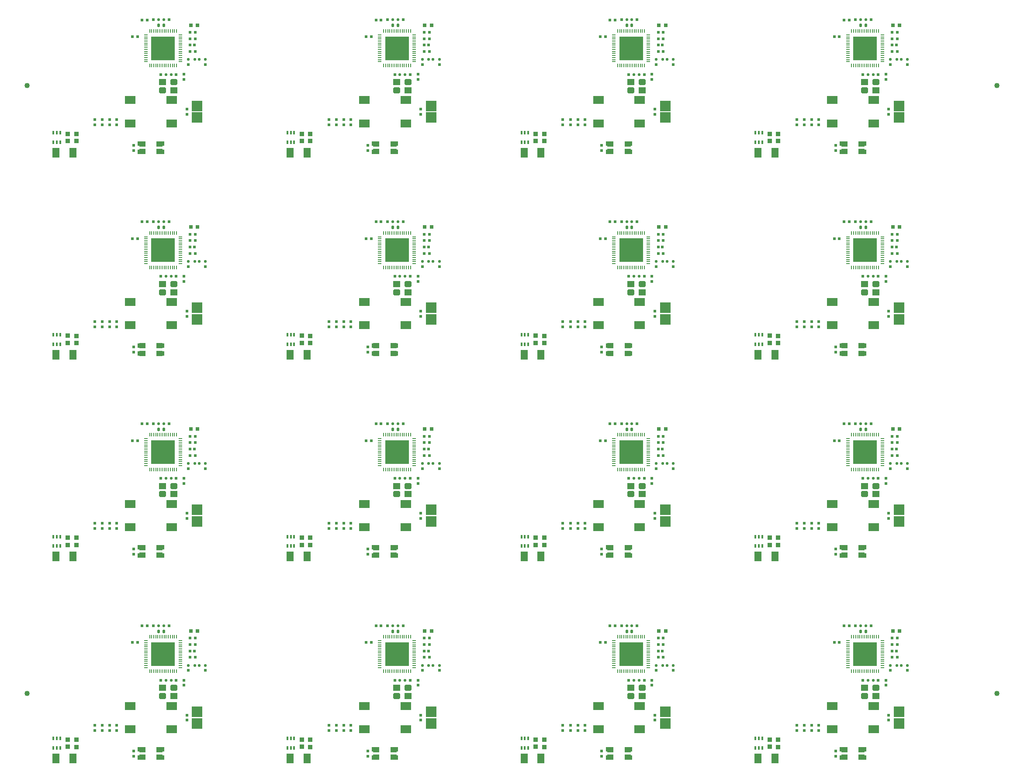
<source format=gtp>
G04*
G04 #@! TF.GenerationSoftware,Altium Limited,Altium Designer,20.2.6 (244)*
G04*
G04 Layer_Color=8421504*
%FSLAX44Y44*%
%MOMM*%
G71*
G04*
G04 #@! TF.SameCoordinates,9645A69E-1417-4B4D-8682-0EA00A473316*
G04*
G04*
G04 #@! TF.FilePolarity,Positive*
G04*
G01*
G75*
%ADD10C,1.0160*%
%ADD12R,1.1000X0.9000*%
%ADD13R,1.1500X1.0500*%
G04:AMPARAMS|DCode=15|XSize=1.4mm|YSize=1.15mm|CornerRadius=0.2875mm|HoleSize=0mm|Usage=FLASHONLY|Rotation=180.000|XOffset=0mm|YOffset=0mm|HoleType=Round|Shape=RoundedRectangle|*
%AMROUNDEDRECTD15*
21,1,1.4000,0.5750,0,0,180.0*
21,1,0.8250,1.1500,0,0,180.0*
1,1,0.5750,-0.4125,0.2875*
1,1,0.5750,0.4125,0.2875*
1,1,0.5750,0.4125,-0.2875*
1,1,0.5750,-0.4125,-0.2875*
%
%ADD15ROUNDEDRECTD15*%
%ADD16R,1.4000X1.1500*%
%ADD17R,0.5000X0.5000*%
G04:AMPARAMS|DCode=18|XSize=0.53mm|YSize=0.55mm|CornerRadius=0.1325mm|HoleSize=0mm|Usage=FLASHONLY|Rotation=90.000|XOffset=0mm|YOffset=0mm|HoleType=Round|Shape=RoundedRectangle|*
%AMROUNDEDRECTD18*
21,1,0.5300,0.2850,0,0,90.0*
21,1,0.2650,0.5500,0,0,90.0*
1,1,0.2650,0.1425,0.1325*
1,1,0.2650,0.1425,-0.1325*
1,1,0.2650,-0.1425,-0.1325*
1,1,0.2650,-0.1425,0.1325*
%
%ADD18ROUNDEDRECTD18*%
%ADD19R,0.5000X0.5000*%
G04:AMPARAMS|DCode=20|XSize=0.5mm|YSize=0.5mm|CornerRadius=0.125mm|HoleSize=0mm|Usage=FLASHONLY|Rotation=270.000|XOffset=0mm|YOffset=0mm|HoleType=Round|Shape=RoundedRectangle|*
%AMROUNDEDRECTD20*
21,1,0.5000,0.2500,0,0,270.0*
21,1,0.2500,0.5000,0,0,270.0*
1,1,0.2500,-0.1250,-0.1250*
1,1,0.2500,-0.1250,0.1250*
1,1,0.2500,0.1250,0.1250*
1,1,0.2500,0.1250,-0.1250*
%
%ADD20ROUNDEDRECTD20*%
%ADD21R,0.5500X0.5300*%
G04:AMPARAMS|DCode=22|XSize=0.5mm|YSize=0.5mm|CornerRadius=0.125mm|HoleSize=0mm|Usage=FLASHONLY|Rotation=180.000|XOffset=0mm|YOffset=0mm|HoleType=Round|Shape=RoundedRectangle|*
%AMROUNDEDRECTD22*
21,1,0.5000,0.2500,0,0,180.0*
21,1,0.2500,0.5000,0,0,180.0*
1,1,0.2500,-0.1250,0.1250*
1,1,0.2500,0.1250,0.1250*
1,1,0.2500,0.1250,-0.1250*
1,1,0.2500,-0.1250,-0.1250*
%
%ADD22ROUNDEDRECTD22*%
G04:AMPARAMS|DCode=23|XSize=0.5mm|YSize=0.6mm|CornerRadius=0.125mm|HoleSize=0mm|Usage=FLASHONLY|Rotation=180.000|XOffset=0mm|YOffset=0mm|HoleType=Round|Shape=RoundedRectangle|*
%AMROUNDEDRECTD23*
21,1,0.5000,0.3500,0,0,180.0*
21,1,0.2500,0.6000,0,0,180.0*
1,1,0.2500,-0.1250,0.1750*
1,1,0.2500,0.1250,0.1750*
1,1,0.2500,0.1250,-0.1750*
1,1,0.2500,-0.1250,-0.1750*
%
%ADD23ROUNDEDRECTD23*%
%ADD24R,0.5000X0.6000*%
%ADD25R,0.6000X0.5000*%
%ADD26R,0.2500X0.7000*%
%ADD27R,0.7000X0.2500*%
%ADD28R,4.6000X4.6000*%
%ADD29R,0.7620X0.7620*%
%ADD30R,2.0000X2.0000*%
%ADD31R,2.0000X1.5000*%
%ADD32R,0.3000X0.6600*%
%ADD33R,1.4000X1.9000*%
%ADD34R,0.9000X0.8100*%
D10*
X30000Y1380000D02*
D03*
Y200000D02*
D03*
X1910000D02*
D03*
Y1380000D02*
D03*
D12*
X290810Y75819D02*
D03*
X249810D02*
D03*
X290810Y91819D02*
D03*
X249810D02*
D03*
X744310Y75819D02*
D03*
X703310D02*
D03*
X744310Y91819D02*
D03*
X703310D02*
D03*
X1197810Y75819D02*
D03*
X1156810D02*
D03*
X1197810Y91819D02*
D03*
X1156810D02*
D03*
X1651310Y75819D02*
D03*
X1610310D02*
D03*
X1651310Y91819D02*
D03*
X1610310D02*
D03*
X290810Y467619D02*
D03*
X249810D02*
D03*
X290810Y483619D02*
D03*
X249810D02*
D03*
X744310Y467619D02*
D03*
X703310D02*
D03*
X744310Y483619D02*
D03*
X703310D02*
D03*
X1197810Y467619D02*
D03*
X1156810D02*
D03*
X1197810Y483619D02*
D03*
X1156810D02*
D03*
X1651310Y467619D02*
D03*
X1610310D02*
D03*
X1651310Y483619D02*
D03*
X1610310D02*
D03*
X290810Y859419D02*
D03*
X249810D02*
D03*
X290810Y875419D02*
D03*
X249810D02*
D03*
X744310Y859419D02*
D03*
X703310D02*
D03*
X744310Y875419D02*
D03*
X703310D02*
D03*
X1197810Y859419D02*
D03*
X1156810D02*
D03*
X1197810Y875419D02*
D03*
X1156810D02*
D03*
X1651310Y859419D02*
D03*
X1610310D02*
D03*
X1651310Y875419D02*
D03*
X1610310D02*
D03*
X290810Y1251219D02*
D03*
X249810D02*
D03*
X290810Y1267219D02*
D03*
X249810D02*
D03*
X744310Y1251219D02*
D03*
X703310D02*
D03*
X744310Y1267219D02*
D03*
X703310D02*
D03*
X1197810Y1251219D02*
D03*
X1156810D02*
D03*
X1197810Y1267219D02*
D03*
X1156810D02*
D03*
X1651310Y1251219D02*
D03*
X1610310D02*
D03*
X1651310Y1267219D02*
D03*
X1610310D02*
D03*
D13*
X287060Y76570D02*
D03*
X253560D02*
D03*
Y91070D02*
D03*
X287060D02*
D03*
X740560Y76570D02*
D03*
X707060D02*
D03*
Y91070D02*
D03*
X740560D02*
D03*
X1194060Y76570D02*
D03*
X1160560D02*
D03*
Y91070D02*
D03*
X1194060D02*
D03*
X1647560Y76570D02*
D03*
X1614060D02*
D03*
Y91070D02*
D03*
X1647560D02*
D03*
X287060Y468370D02*
D03*
X253560D02*
D03*
Y482870D02*
D03*
X287060D02*
D03*
X740560Y468370D02*
D03*
X707060D02*
D03*
Y482870D02*
D03*
X740560D02*
D03*
X1194060Y468370D02*
D03*
X1160560D02*
D03*
Y482870D02*
D03*
X1194060D02*
D03*
X1647560Y468370D02*
D03*
X1614060D02*
D03*
Y482870D02*
D03*
X1647560D02*
D03*
X287060Y860170D02*
D03*
X253560D02*
D03*
Y874670D02*
D03*
X287060D02*
D03*
X740560Y860170D02*
D03*
X707060D02*
D03*
Y874670D02*
D03*
X740560D02*
D03*
X1194060Y860170D02*
D03*
X1160560D02*
D03*
Y874670D02*
D03*
X1194060D02*
D03*
X1647560Y860170D02*
D03*
X1614060D02*
D03*
Y874670D02*
D03*
X1647560D02*
D03*
X287060Y1251970D02*
D03*
X253560D02*
D03*
Y1266470D02*
D03*
X287060D02*
D03*
X740560Y1251970D02*
D03*
X707060D02*
D03*
Y1266470D02*
D03*
X740560D02*
D03*
X1194060Y1251970D02*
D03*
X1160560D02*
D03*
Y1266470D02*
D03*
X1194060D02*
D03*
X1647560Y1251970D02*
D03*
X1614060D02*
D03*
Y1266470D02*
D03*
X1647560D02*
D03*
D15*
X315000Y211000D02*
D03*
X293000Y195000D02*
D03*
X768500Y211000D02*
D03*
X746500Y195000D02*
D03*
X1222000Y211000D02*
D03*
X1200000Y195000D02*
D03*
X1675500Y211000D02*
D03*
X1653500Y195000D02*
D03*
X315000Y602800D02*
D03*
X293000Y586800D02*
D03*
X768500Y602800D02*
D03*
X746500Y586800D02*
D03*
X1222000Y602800D02*
D03*
X1200000Y586800D02*
D03*
X1675500Y602800D02*
D03*
X1653500Y586800D02*
D03*
X315000Y994600D02*
D03*
X293000Y978600D02*
D03*
X768500Y994600D02*
D03*
X746500Y978600D02*
D03*
X1222000Y994600D02*
D03*
X1200000Y978600D02*
D03*
X1675500Y994600D02*
D03*
X1653500Y978600D02*
D03*
X315000Y1386400D02*
D03*
X293000Y1370400D02*
D03*
X768500Y1386400D02*
D03*
X746500Y1370400D02*
D03*
X1222000Y1386400D02*
D03*
X1200000Y1370400D02*
D03*
X1675500Y1386400D02*
D03*
X1653500Y1370400D02*
D03*
D16*
X293000Y211000D02*
D03*
X315000Y195000D02*
D03*
X746500Y211000D02*
D03*
X768500Y195000D02*
D03*
X1200000Y211000D02*
D03*
X1222000Y195000D02*
D03*
X1653500Y211000D02*
D03*
X1675500Y195000D02*
D03*
X293000Y602800D02*
D03*
X315000Y586800D02*
D03*
X746500Y602800D02*
D03*
X768500Y586800D02*
D03*
X1200000Y602800D02*
D03*
X1222000Y586800D02*
D03*
X1653500Y602800D02*
D03*
X1675500Y586800D02*
D03*
X293000Y994600D02*
D03*
X315000Y978600D02*
D03*
X746500Y994600D02*
D03*
X768500Y978600D02*
D03*
X1200000Y994600D02*
D03*
X1222000Y978600D02*
D03*
X1653500Y994600D02*
D03*
X1675500Y978600D02*
D03*
X293000Y1386400D02*
D03*
X315000Y1370400D02*
D03*
X746500Y1386400D02*
D03*
X768500Y1370400D02*
D03*
X1200000Y1386400D02*
D03*
X1222000Y1370400D02*
D03*
X1653500Y1386400D02*
D03*
X1675500Y1370400D02*
D03*
D17*
X346189Y295084D02*
D03*
X356189D02*
D03*
X346189Y270192D02*
D03*
X356189D02*
D03*
X275250Y331750D02*
D03*
X305250Y331750D02*
D03*
X244000Y299000D02*
D03*
X234000D02*
D03*
X356189Y307530D02*
D03*
X346189D02*
D03*
X319250Y225750D02*
D03*
X289250Y225750D02*
D03*
X799689Y295084D02*
D03*
X809689D02*
D03*
X799689Y270192D02*
D03*
X809689D02*
D03*
X728750Y331750D02*
D03*
X758750Y331750D02*
D03*
X697500Y299000D02*
D03*
X687500D02*
D03*
X809689Y307530D02*
D03*
X799689D02*
D03*
X772750Y225750D02*
D03*
X742750Y225750D02*
D03*
X1253189Y295084D02*
D03*
X1263189D02*
D03*
X1253189Y270192D02*
D03*
X1263189D02*
D03*
X1182250Y331750D02*
D03*
X1212250Y331750D02*
D03*
X1151000Y299000D02*
D03*
X1141000D02*
D03*
X1263189Y307530D02*
D03*
X1253189D02*
D03*
X1226250Y225750D02*
D03*
X1196250Y225750D02*
D03*
X1706689Y295084D02*
D03*
X1716689D02*
D03*
X1706689Y270192D02*
D03*
X1716689D02*
D03*
X1635750Y331750D02*
D03*
X1665750Y331750D02*
D03*
X1604500Y299000D02*
D03*
X1594500D02*
D03*
X1716689Y307530D02*
D03*
X1706689D02*
D03*
X1679750Y225750D02*
D03*
X1649750Y225750D02*
D03*
X346189Y686884D02*
D03*
X356189D02*
D03*
X346189Y661992D02*
D03*
X356189D02*
D03*
X275250Y723550D02*
D03*
X305250Y723550D02*
D03*
X244000Y690800D02*
D03*
X234000D02*
D03*
X356189Y699330D02*
D03*
X346189D02*
D03*
X319250Y617550D02*
D03*
X289250Y617550D02*
D03*
X799689Y686884D02*
D03*
X809689D02*
D03*
X799689Y661992D02*
D03*
X809689D02*
D03*
X728750Y723550D02*
D03*
X758750Y723550D02*
D03*
X697500Y690800D02*
D03*
X687500D02*
D03*
X809689Y699330D02*
D03*
X799689D02*
D03*
X772750Y617550D02*
D03*
X742750Y617550D02*
D03*
X1253189Y686884D02*
D03*
X1263189D02*
D03*
X1253189Y661992D02*
D03*
X1263189D02*
D03*
X1182250Y723550D02*
D03*
X1212250Y723550D02*
D03*
X1151000Y690800D02*
D03*
X1141000D02*
D03*
X1263189Y699330D02*
D03*
X1253189D02*
D03*
X1226250Y617550D02*
D03*
X1196250Y617550D02*
D03*
X1706689Y686884D02*
D03*
X1716689D02*
D03*
X1706689Y661992D02*
D03*
X1716689D02*
D03*
X1635750Y723550D02*
D03*
X1665750Y723550D02*
D03*
X1604500Y690800D02*
D03*
X1594500D02*
D03*
X1716689Y699330D02*
D03*
X1706689D02*
D03*
X1679750Y617550D02*
D03*
X1649750Y617550D02*
D03*
X346189Y1078684D02*
D03*
X356189D02*
D03*
X346189Y1053792D02*
D03*
X356189D02*
D03*
X275250Y1115350D02*
D03*
X305250Y1115350D02*
D03*
X244000Y1082600D02*
D03*
X234000D02*
D03*
X356189Y1091130D02*
D03*
X346189D02*
D03*
X319250Y1009350D02*
D03*
X289250Y1009350D02*
D03*
X799689Y1078684D02*
D03*
X809689D02*
D03*
X799689Y1053792D02*
D03*
X809689D02*
D03*
X728750Y1115350D02*
D03*
X758750Y1115350D02*
D03*
X697500Y1082600D02*
D03*
X687500D02*
D03*
X809689Y1091130D02*
D03*
X799689D02*
D03*
X772750Y1009350D02*
D03*
X742750Y1009350D02*
D03*
X1253189Y1078684D02*
D03*
X1263189D02*
D03*
X1253189Y1053792D02*
D03*
X1263189D02*
D03*
X1182250Y1115350D02*
D03*
X1212250Y1115350D02*
D03*
X1151000Y1082600D02*
D03*
X1141000D02*
D03*
X1263189Y1091130D02*
D03*
X1253189D02*
D03*
X1226250Y1009350D02*
D03*
X1196250Y1009350D02*
D03*
X1706689Y1078684D02*
D03*
X1716689D02*
D03*
X1706689Y1053792D02*
D03*
X1716689D02*
D03*
X1635750Y1115350D02*
D03*
X1665750Y1115350D02*
D03*
X1604500Y1082600D02*
D03*
X1594500D02*
D03*
X1716689Y1091130D02*
D03*
X1706689D02*
D03*
X1679750Y1009350D02*
D03*
X1649750Y1009350D02*
D03*
X346189Y1470484D02*
D03*
X356189D02*
D03*
X346189Y1445592D02*
D03*
X356189D02*
D03*
X275250Y1507150D02*
D03*
X305250Y1507150D02*
D03*
X244000Y1474400D02*
D03*
X234000D02*
D03*
X356189Y1482930D02*
D03*
X346189D02*
D03*
X319250Y1401150D02*
D03*
X289250Y1401150D02*
D03*
X799689Y1470484D02*
D03*
X809689D02*
D03*
X799689Y1445592D02*
D03*
X809689D02*
D03*
X728750Y1507150D02*
D03*
X758750Y1507150D02*
D03*
X697500Y1474400D02*
D03*
X687500D02*
D03*
X809689Y1482930D02*
D03*
X799689D02*
D03*
X772750Y1401150D02*
D03*
X742750Y1401150D02*
D03*
X1253189Y1470484D02*
D03*
X1263189D02*
D03*
X1253189Y1445592D02*
D03*
X1263189D02*
D03*
X1182250Y1507150D02*
D03*
X1212250Y1507150D02*
D03*
X1151000Y1474400D02*
D03*
X1141000D02*
D03*
X1263189Y1482930D02*
D03*
X1253189D02*
D03*
X1226250Y1401150D02*
D03*
X1196250Y1401150D02*
D03*
X1706689Y1470484D02*
D03*
X1716689D02*
D03*
X1706689Y1445592D02*
D03*
X1716689D02*
D03*
X1635750Y1507150D02*
D03*
X1665750Y1507150D02*
D03*
X1604500Y1474400D02*
D03*
X1594500D02*
D03*
X1716689Y1482930D02*
D03*
X1706689D02*
D03*
X1679750Y1401150D02*
D03*
X1649750Y1401150D02*
D03*
D18*
X363440Y254748D02*
D03*
X355060D02*
D03*
X816940D02*
D03*
X808560D02*
D03*
X1270440D02*
D03*
X1262060D02*
D03*
X1723940D02*
D03*
X1715560D02*
D03*
X363440Y646548D02*
D03*
X355060D02*
D03*
X816940D02*
D03*
X808560D02*
D03*
X1270440D02*
D03*
X1262060D02*
D03*
X1723940D02*
D03*
X1715560D02*
D03*
X363440Y1038348D02*
D03*
X355060D02*
D03*
X816940D02*
D03*
X808560D02*
D03*
X1270440D02*
D03*
X1262060D02*
D03*
X1723940D02*
D03*
X1715560D02*
D03*
X363440Y1430148D02*
D03*
X355060D02*
D03*
X816940D02*
D03*
X808560D02*
D03*
X1270440D02*
D03*
X1262060D02*
D03*
X1723940D02*
D03*
X1715560D02*
D03*
D19*
X342750Y244750D02*
D03*
X375750D02*
D03*
X334258Y215992D02*
D03*
Y225992D02*
D03*
X204018Y128249D02*
D03*
Y138249D02*
D03*
X339654Y148162D02*
D03*
Y158162D02*
D03*
X796250Y244750D02*
D03*
X829250D02*
D03*
X787758Y215992D02*
D03*
Y225992D02*
D03*
X657518Y128249D02*
D03*
Y138249D02*
D03*
X793154Y148162D02*
D03*
Y158162D02*
D03*
X1249750Y244750D02*
D03*
X1282750D02*
D03*
X1241258Y215992D02*
D03*
Y225992D02*
D03*
X1111018Y128249D02*
D03*
Y138249D02*
D03*
X1246654Y148162D02*
D03*
Y158162D02*
D03*
X1703250Y244750D02*
D03*
X1736250D02*
D03*
X1694758Y215992D02*
D03*
Y225992D02*
D03*
X1564518Y128249D02*
D03*
Y138249D02*
D03*
X1700154Y148162D02*
D03*
Y158162D02*
D03*
X342750Y636550D02*
D03*
X375750D02*
D03*
X334258Y607792D02*
D03*
Y617792D02*
D03*
X204018Y520049D02*
D03*
Y530049D02*
D03*
X339654Y539962D02*
D03*
Y549962D02*
D03*
X796250Y636550D02*
D03*
X829250D02*
D03*
X787758Y607792D02*
D03*
Y617792D02*
D03*
X657518Y520049D02*
D03*
Y530049D02*
D03*
X793154Y539962D02*
D03*
Y549962D02*
D03*
X1249750Y636550D02*
D03*
X1282750D02*
D03*
X1241258Y607792D02*
D03*
Y617792D02*
D03*
X1111018Y520049D02*
D03*
Y530049D02*
D03*
X1246654Y539962D02*
D03*
Y549962D02*
D03*
X1703250Y636550D02*
D03*
X1736250D02*
D03*
X1694758Y607792D02*
D03*
Y617792D02*
D03*
X1564518Y520049D02*
D03*
Y530049D02*
D03*
X1700154Y539962D02*
D03*
Y549962D02*
D03*
X342750Y1028350D02*
D03*
X375750D02*
D03*
X334258Y999592D02*
D03*
Y1009592D02*
D03*
X204018Y911849D02*
D03*
Y921849D02*
D03*
X339654Y931762D02*
D03*
Y941762D02*
D03*
X796250Y1028350D02*
D03*
X829250D02*
D03*
X787758Y999592D02*
D03*
Y1009592D02*
D03*
X657518Y911849D02*
D03*
Y921849D02*
D03*
X793154Y931762D02*
D03*
Y941762D02*
D03*
X1249750Y1028350D02*
D03*
X1282750D02*
D03*
X1241258Y999592D02*
D03*
Y1009592D02*
D03*
X1111018Y911849D02*
D03*
Y921849D02*
D03*
X1246654Y931762D02*
D03*
Y941762D02*
D03*
X1703250Y1028350D02*
D03*
X1736250D02*
D03*
X1694758Y999592D02*
D03*
Y1009592D02*
D03*
X1564518Y911849D02*
D03*
Y921849D02*
D03*
X1700154Y931762D02*
D03*
Y941762D02*
D03*
X342750Y1420150D02*
D03*
X375750D02*
D03*
X334258Y1391392D02*
D03*
Y1401392D02*
D03*
X204018Y1303649D02*
D03*
Y1313649D02*
D03*
X339654Y1323562D02*
D03*
Y1333562D02*
D03*
X796250Y1420150D02*
D03*
X829250D02*
D03*
X787758Y1391392D02*
D03*
Y1401392D02*
D03*
X657518Y1303649D02*
D03*
Y1313649D02*
D03*
X793154Y1323562D02*
D03*
Y1333562D02*
D03*
X1249750Y1420150D02*
D03*
X1282750D02*
D03*
X1241258Y1391392D02*
D03*
Y1401392D02*
D03*
X1111018Y1303649D02*
D03*
Y1313649D02*
D03*
X1246654Y1323562D02*
D03*
Y1333562D02*
D03*
X1703250Y1420150D02*
D03*
X1736250D02*
D03*
X1694758Y1391392D02*
D03*
Y1401392D02*
D03*
X1564518Y1303649D02*
D03*
Y1313649D02*
D03*
X1700154Y1323562D02*
D03*
Y1333562D02*
D03*
D20*
X342750Y254750D02*
D03*
X375750D02*
D03*
X796250D02*
D03*
X829250D02*
D03*
X1249750D02*
D03*
X1282750D02*
D03*
X1703250D02*
D03*
X1736250D02*
D03*
X342750Y646550D02*
D03*
X375750D02*
D03*
X796250D02*
D03*
X829250D02*
D03*
X1249750D02*
D03*
X1282750D02*
D03*
X1703250D02*
D03*
X1736250D02*
D03*
X342750Y1038350D02*
D03*
X375750D02*
D03*
X796250D02*
D03*
X829250D02*
D03*
X1249750D02*
D03*
X1282750D02*
D03*
X1703250D02*
D03*
X1736250D02*
D03*
X342750Y1430150D02*
D03*
X375750D02*
D03*
X796250D02*
D03*
X829250D02*
D03*
X1249750D02*
D03*
X1282750D02*
D03*
X1703250D02*
D03*
X1736250D02*
D03*
D21*
X354629Y282638D02*
D03*
X346249D02*
D03*
X808129D02*
D03*
X799749D02*
D03*
X1261629D02*
D03*
X1253249D02*
D03*
X1715129D02*
D03*
X1706749D02*
D03*
X354629Y674438D02*
D03*
X346249D02*
D03*
X808129D02*
D03*
X799749D02*
D03*
X1261629D02*
D03*
X1253249D02*
D03*
X1715129D02*
D03*
X1706749D02*
D03*
X354629Y1066238D02*
D03*
X346249D02*
D03*
X808129D02*
D03*
X799749D02*
D03*
X1261629D02*
D03*
X1253249D02*
D03*
X1715129D02*
D03*
X1706749D02*
D03*
X354629Y1458038D02*
D03*
X346249D02*
D03*
X808129D02*
D03*
X799749D02*
D03*
X1261629D02*
D03*
X1253249D02*
D03*
X1715129D02*
D03*
X1706749D02*
D03*
D22*
X285250Y331750D02*
D03*
X295250Y331750D02*
D03*
X309250Y225750D02*
D03*
X299250Y225750D02*
D03*
X738750Y331750D02*
D03*
X748750Y331750D02*
D03*
X762750Y225750D02*
D03*
X752750Y225750D02*
D03*
X1192250Y331750D02*
D03*
X1202250Y331750D02*
D03*
X1216250Y225750D02*
D03*
X1206250Y225750D02*
D03*
X1645750Y331750D02*
D03*
X1655750Y331750D02*
D03*
X1669750Y225750D02*
D03*
X1659750Y225750D02*
D03*
X285250Y723550D02*
D03*
X295250Y723550D02*
D03*
X309250Y617550D02*
D03*
X299250Y617550D02*
D03*
X738750Y723550D02*
D03*
X748750Y723550D02*
D03*
X762750Y617550D02*
D03*
X752750Y617550D02*
D03*
X1192250Y723550D02*
D03*
X1202250Y723550D02*
D03*
X1216250Y617550D02*
D03*
X1206250Y617550D02*
D03*
X1645750Y723550D02*
D03*
X1655750Y723550D02*
D03*
X1669750Y617550D02*
D03*
X1659750Y617550D02*
D03*
X285250Y1115350D02*
D03*
X295250Y1115350D02*
D03*
X309250Y1009350D02*
D03*
X299250Y1009350D02*
D03*
X738750Y1115350D02*
D03*
X748750Y1115350D02*
D03*
X762750Y1009350D02*
D03*
X752750Y1009350D02*
D03*
X1192250Y1115350D02*
D03*
X1202250Y1115350D02*
D03*
X1216250Y1009350D02*
D03*
X1206250Y1009350D02*
D03*
X1645750Y1115350D02*
D03*
X1655750Y1115350D02*
D03*
X1669750Y1009350D02*
D03*
X1659750Y1009350D02*
D03*
X285250Y1507150D02*
D03*
X295250Y1507150D02*
D03*
X309250Y1401150D02*
D03*
X299250Y1401150D02*
D03*
X738750Y1507150D02*
D03*
X748750Y1507150D02*
D03*
X762750Y1401150D02*
D03*
X752750Y1401150D02*
D03*
X1192250Y1507150D02*
D03*
X1202250Y1507150D02*
D03*
X1216250Y1401150D02*
D03*
X1206250Y1401150D02*
D03*
X1645750Y1507150D02*
D03*
X1655750Y1507150D02*
D03*
X1669750Y1401150D02*
D03*
X1659750Y1401150D02*
D03*
D23*
X295250Y320750D02*
D03*
X285250D02*
D03*
X748750D02*
D03*
X738750D02*
D03*
X1202250D02*
D03*
X1192250D02*
D03*
X1655750D02*
D03*
X1645750D02*
D03*
X295250Y712550D02*
D03*
X285250D02*
D03*
X748750D02*
D03*
X738750D02*
D03*
X1202250D02*
D03*
X1192250D02*
D03*
X1655750D02*
D03*
X1645750D02*
D03*
X295250Y1104350D02*
D03*
X285250D02*
D03*
X748750D02*
D03*
X738750D02*
D03*
X1202250D02*
D03*
X1192250D02*
D03*
X1655750D02*
D03*
X1645750D02*
D03*
X295250Y1496150D02*
D03*
X285250D02*
D03*
X748750D02*
D03*
X738750D02*
D03*
X1202250D02*
D03*
X1192250D02*
D03*
X1655750D02*
D03*
X1645750D02*
D03*
D24*
X252750Y331500D02*
D03*
X262750D02*
D03*
X706250D02*
D03*
X716250D02*
D03*
X1159750D02*
D03*
X1169750D02*
D03*
X1613250D02*
D03*
X1623250D02*
D03*
X252750Y723300D02*
D03*
X262750D02*
D03*
X706250D02*
D03*
X716250D02*
D03*
X1159750D02*
D03*
X1169750D02*
D03*
X1613250D02*
D03*
X1623250D02*
D03*
X252750Y1115100D02*
D03*
X262750D02*
D03*
X706250D02*
D03*
X716250D02*
D03*
X1159750D02*
D03*
X1169750D02*
D03*
X1613250D02*
D03*
X1623250D02*
D03*
X252750Y1506900D02*
D03*
X262750D02*
D03*
X706250D02*
D03*
X716250D02*
D03*
X1159750D02*
D03*
X1169750D02*
D03*
X1613250D02*
D03*
X1623250D02*
D03*
D25*
X161500Y128250D02*
D03*
Y138250D02*
D03*
X176006Y128250D02*
D03*
Y138250D02*
D03*
X190511Y138250D02*
D03*
Y128250D02*
D03*
X236750Y78500D02*
D03*
Y88500D02*
D03*
X615000Y128250D02*
D03*
Y138250D02*
D03*
X629506Y128250D02*
D03*
Y138250D02*
D03*
X644011Y138250D02*
D03*
Y128250D02*
D03*
X690250Y78500D02*
D03*
Y88500D02*
D03*
X1068500Y128250D02*
D03*
Y138250D02*
D03*
X1083006Y128250D02*
D03*
Y138250D02*
D03*
X1097511Y138250D02*
D03*
Y128250D02*
D03*
X1143750Y78500D02*
D03*
Y88500D02*
D03*
X1522000Y128250D02*
D03*
Y138250D02*
D03*
X1536506Y128250D02*
D03*
Y138250D02*
D03*
X1551011Y138250D02*
D03*
Y128250D02*
D03*
X1597250Y78500D02*
D03*
Y88500D02*
D03*
X161500Y520050D02*
D03*
Y530050D02*
D03*
X176006Y520050D02*
D03*
Y530050D02*
D03*
X190511Y530050D02*
D03*
Y520050D02*
D03*
X236750Y470300D02*
D03*
Y480300D02*
D03*
X615000Y520050D02*
D03*
Y530050D02*
D03*
X629506Y520050D02*
D03*
Y530050D02*
D03*
X644011Y530050D02*
D03*
Y520050D02*
D03*
X690250Y470300D02*
D03*
Y480300D02*
D03*
X1068500Y520050D02*
D03*
Y530050D02*
D03*
X1083006Y520050D02*
D03*
Y530050D02*
D03*
X1097511Y530050D02*
D03*
Y520050D02*
D03*
X1143750Y470300D02*
D03*
Y480300D02*
D03*
X1522000Y520050D02*
D03*
Y530050D02*
D03*
X1536506Y520050D02*
D03*
Y530050D02*
D03*
X1551011Y530050D02*
D03*
Y520050D02*
D03*
X1597250Y470300D02*
D03*
Y480300D02*
D03*
X161500Y911850D02*
D03*
Y921850D02*
D03*
X176006Y911850D02*
D03*
Y921850D02*
D03*
X190511Y921850D02*
D03*
Y911850D02*
D03*
X236750Y862100D02*
D03*
Y872100D02*
D03*
X615000Y911850D02*
D03*
Y921850D02*
D03*
X629506Y911850D02*
D03*
Y921850D02*
D03*
X644011Y921850D02*
D03*
Y911850D02*
D03*
X690250Y862100D02*
D03*
Y872100D02*
D03*
X1068500Y911850D02*
D03*
Y921850D02*
D03*
X1083006Y911850D02*
D03*
Y921850D02*
D03*
X1097511Y921850D02*
D03*
Y911850D02*
D03*
X1143750Y862100D02*
D03*
Y872100D02*
D03*
X1522000Y911850D02*
D03*
Y921850D02*
D03*
X1536506Y911850D02*
D03*
Y921850D02*
D03*
X1551011Y921850D02*
D03*
Y911850D02*
D03*
X1597250Y862100D02*
D03*
Y872100D02*
D03*
X161500Y1303650D02*
D03*
Y1313650D02*
D03*
X176006Y1303650D02*
D03*
Y1313650D02*
D03*
X190511Y1313650D02*
D03*
Y1303650D02*
D03*
X236750Y1253900D02*
D03*
Y1263900D02*
D03*
X615000Y1303650D02*
D03*
Y1313650D02*
D03*
X629506Y1303650D02*
D03*
Y1313650D02*
D03*
X644011Y1313650D02*
D03*
Y1303650D02*
D03*
X690250Y1253900D02*
D03*
Y1263900D02*
D03*
X1068500Y1303650D02*
D03*
Y1313650D02*
D03*
X1083006Y1303650D02*
D03*
Y1313650D02*
D03*
X1097511Y1313650D02*
D03*
Y1303650D02*
D03*
X1143750Y1253900D02*
D03*
Y1263900D02*
D03*
X1522000Y1303650D02*
D03*
Y1313650D02*
D03*
X1536506Y1303650D02*
D03*
Y1313650D02*
D03*
X1551011Y1313650D02*
D03*
Y1303650D02*
D03*
X1597250Y1253900D02*
D03*
Y1263900D02*
D03*
D26*
X319680Y243106D02*
D03*
X315680D02*
D03*
X311680D02*
D03*
X307680D02*
D03*
X303680D02*
D03*
X299680D02*
D03*
X295680D02*
D03*
X291680D02*
D03*
X287680D02*
D03*
X283680D02*
D03*
X279680D02*
D03*
X275680D02*
D03*
X271680D02*
D03*
X267680D02*
D03*
Y310106D02*
D03*
X271680D02*
D03*
X275680D02*
D03*
X279680D02*
D03*
X283680D02*
D03*
X287680D02*
D03*
X291680D02*
D03*
X295680D02*
D03*
X299680D02*
D03*
X303680D02*
D03*
X307680D02*
D03*
X311680D02*
D03*
X315680D02*
D03*
X319680D02*
D03*
X773180Y243106D02*
D03*
X769180D02*
D03*
X765180D02*
D03*
X761180D02*
D03*
X757180D02*
D03*
X753180D02*
D03*
X749180D02*
D03*
X745180D02*
D03*
X741180D02*
D03*
X737180D02*
D03*
X733180D02*
D03*
X729180D02*
D03*
X725180D02*
D03*
X721180D02*
D03*
Y310106D02*
D03*
X725180D02*
D03*
X729180D02*
D03*
X733180D02*
D03*
X737180D02*
D03*
X741180D02*
D03*
X745180D02*
D03*
X749180D02*
D03*
X753180D02*
D03*
X757180D02*
D03*
X761180D02*
D03*
X765180D02*
D03*
X769180D02*
D03*
X773180D02*
D03*
X1226680Y243106D02*
D03*
X1222680D02*
D03*
X1218680D02*
D03*
X1214680D02*
D03*
X1210680D02*
D03*
X1206680D02*
D03*
X1202680D02*
D03*
X1198680D02*
D03*
X1194680D02*
D03*
X1190680D02*
D03*
X1186680D02*
D03*
X1182680D02*
D03*
X1178680D02*
D03*
X1174680D02*
D03*
Y310106D02*
D03*
X1178680D02*
D03*
X1182680D02*
D03*
X1186680D02*
D03*
X1190680D02*
D03*
X1194680D02*
D03*
X1198680D02*
D03*
X1202680D02*
D03*
X1206680D02*
D03*
X1210680D02*
D03*
X1214680D02*
D03*
X1218680D02*
D03*
X1222680D02*
D03*
X1226680D02*
D03*
X1680180Y243106D02*
D03*
X1676180D02*
D03*
X1672180D02*
D03*
X1668180D02*
D03*
X1664180D02*
D03*
X1660180D02*
D03*
X1656180D02*
D03*
X1652180D02*
D03*
X1648180D02*
D03*
X1644180D02*
D03*
X1640180D02*
D03*
X1636180D02*
D03*
X1632180D02*
D03*
X1628180D02*
D03*
Y310106D02*
D03*
X1632180D02*
D03*
X1636180D02*
D03*
X1640180D02*
D03*
X1644180D02*
D03*
X1648180D02*
D03*
X1652180D02*
D03*
X1656180D02*
D03*
X1660180D02*
D03*
X1664180D02*
D03*
X1668180D02*
D03*
X1672180D02*
D03*
X1676180D02*
D03*
X1680180D02*
D03*
X319680Y634906D02*
D03*
X315680D02*
D03*
X311680D02*
D03*
X307680D02*
D03*
X303680D02*
D03*
X299680D02*
D03*
X295680D02*
D03*
X291680D02*
D03*
X287680D02*
D03*
X283680D02*
D03*
X279680D02*
D03*
X275680D02*
D03*
X271680D02*
D03*
X267680D02*
D03*
Y701906D02*
D03*
X271680D02*
D03*
X275680D02*
D03*
X279680D02*
D03*
X283680D02*
D03*
X287680D02*
D03*
X291680D02*
D03*
X295680D02*
D03*
X299680D02*
D03*
X303680D02*
D03*
X307680D02*
D03*
X311680D02*
D03*
X315680D02*
D03*
X319680D02*
D03*
X773180Y634906D02*
D03*
X769180D02*
D03*
X765180D02*
D03*
X761180D02*
D03*
X757180D02*
D03*
X753180D02*
D03*
X749180D02*
D03*
X745180D02*
D03*
X741180D02*
D03*
X737180D02*
D03*
X733180D02*
D03*
X729180D02*
D03*
X725180D02*
D03*
X721180D02*
D03*
Y701906D02*
D03*
X725180D02*
D03*
X729180D02*
D03*
X733180D02*
D03*
X737180D02*
D03*
X741180D02*
D03*
X745180D02*
D03*
X749180D02*
D03*
X753180D02*
D03*
X757180D02*
D03*
X761180D02*
D03*
X765180D02*
D03*
X769180D02*
D03*
X773180D02*
D03*
X1226680Y634906D02*
D03*
X1222680D02*
D03*
X1218680D02*
D03*
X1214680D02*
D03*
X1210680D02*
D03*
X1206680D02*
D03*
X1202680D02*
D03*
X1198680D02*
D03*
X1194680D02*
D03*
X1190680D02*
D03*
X1186680D02*
D03*
X1182680D02*
D03*
X1178680D02*
D03*
X1174680D02*
D03*
Y701906D02*
D03*
X1178680D02*
D03*
X1182680D02*
D03*
X1186680D02*
D03*
X1190680D02*
D03*
X1194680D02*
D03*
X1198680D02*
D03*
X1202680D02*
D03*
X1206680D02*
D03*
X1210680D02*
D03*
X1214680D02*
D03*
X1218680D02*
D03*
X1222680D02*
D03*
X1226680D02*
D03*
X1680180Y634906D02*
D03*
X1676180D02*
D03*
X1672180D02*
D03*
X1668180D02*
D03*
X1664180D02*
D03*
X1660180D02*
D03*
X1656180D02*
D03*
X1652180D02*
D03*
X1648180D02*
D03*
X1644180D02*
D03*
X1640180D02*
D03*
X1636180D02*
D03*
X1632180D02*
D03*
X1628180D02*
D03*
Y701906D02*
D03*
X1632180D02*
D03*
X1636180D02*
D03*
X1640180D02*
D03*
X1644180D02*
D03*
X1648180D02*
D03*
X1652180D02*
D03*
X1656180D02*
D03*
X1660180D02*
D03*
X1664180D02*
D03*
X1668180D02*
D03*
X1672180D02*
D03*
X1676180D02*
D03*
X1680180D02*
D03*
X319680Y1026706D02*
D03*
X315680D02*
D03*
X311680D02*
D03*
X307680D02*
D03*
X303680D02*
D03*
X299680D02*
D03*
X295680D02*
D03*
X291680D02*
D03*
X287680D02*
D03*
X283680D02*
D03*
X279680D02*
D03*
X275680D02*
D03*
X271680D02*
D03*
X267680D02*
D03*
Y1093706D02*
D03*
X271680D02*
D03*
X275680D02*
D03*
X279680D02*
D03*
X283680D02*
D03*
X287680D02*
D03*
X291680D02*
D03*
X295680D02*
D03*
X299680D02*
D03*
X303680D02*
D03*
X307680D02*
D03*
X311680D02*
D03*
X315680D02*
D03*
X319680D02*
D03*
X773180Y1026706D02*
D03*
X769180D02*
D03*
X765180D02*
D03*
X761180D02*
D03*
X757180D02*
D03*
X753180D02*
D03*
X749180D02*
D03*
X745180D02*
D03*
X741180D02*
D03*
X737180D02*
D03*
X733180D02*
D03*
X729180D02*
D03*
X725180D02*
D03*
X721180D02*
D03*
Y1093706D02*
D03*
X725180D02*
D03*
X729180D02*
D03*
X733180D02*
D03*
X737180D02*
D03*
X741180D02*
D03*
X745180D02*
D03*
X749180D02*
D03*
X753180D02*
D03*
X757180D02*
D03*
X761180D02*
D03*
X765180D02*
D03*
X769180D02*
D03*
X773180D02*
D03*
X1226680Y1026706D02*
D03*
X1222680D02*
D03*
X1218680D02*
D03*
X1214680D02*
D03*
X1210680D02*
D03*
X1206680D02*
D03*
X1202680D02*
D03*
X1198680D02*
D03*
X1194680D02*
D03*
X1190680D02*
D03*
X1186680D02*
D03*
X1182680D02*
D03*
X1178680D02*
D03*
X1174680D02*
D03*
Y1093706D02*
D03*
X1178680D02*
D03*
X1182680D02*
D03*
X1186680D02*
D03*
X1190680D02*
D03*
X1194680D02*
D03*
X1198680D02*
D03*
X1202680D02*
D03*
X1206680D02*
D03*
X1210680D02*
D03*
X1214680D02*
D03*
X1218680D02*
D03*
X1222680D02*
D03*
X1226680D02*
D03*
X1680180Y1026706D02*
D03*
X1676180D02*
D03*
X1672180D02*
D03*
X1668180D02*
D03*
X1664180D02*
D03*
X1660180D02*
D03*
X1656180D02*
D03*
X1652180D02*
D03*
X1648180D02*
D03*
X1644180D02*
D03*
X1640180D02*
D03*
X1636180D02*
D03*
X1632180D02*
D03*
X1628180D02*
D03*
Y1093706D02*
D03*
X1632180D02*
D03*
X1636180D02*
D03*
X1640180D02*
D03*
X1644180D02*
D03*
X1648180D02*
D03*
X1652180D02*
D03*
X1656180D02*
D03*
X1660180D02*
D03*
X1664180D02*
D03*
X1668180D02*
D03*
X1672180D02*
D03*
X1676180D02*
D03*
X1680180D02*
D03*
X319680Y1418506D02*
D03*
X315680D02*
D03*
X311680D02*
D03*
X307680D02*
D03*
X303680D02*
D03*
X299680D02*
D03*
X295680D02*
D03*
X291680D02*
D03*
X287680D02*
D03*
X283680D02*
D03*
X279680D02*
D03*
X275680D02*
D03*
X271680D02*
D03*
X267680D02*
D03*
Y1485506D02*
D03*
X271680D02*
D03*
X275680D02*
D03*
X279680D02*
D03*
X283680D02*
D03*
X287680D02*
D03*
X291680D02*
D03*
X295680D02*
D03*
X299680D02*
D03*
X303680D02*
D03*
X307680D02*
D03*
X311680D02*
D03*
X315680D02*
D03*
X319680D02*
D03*
X773180Y1418506D02*
D03*
X769180D02*
D03*
X765180D02*
D03*
X761180D02*
D03*
X757180D02*
D03*
X753180D02*
D03*
X749180D02*
D03*
X745180D02*
D03*
X741180D02*
D03*
X737180D02*
D03*
X733180D02*
D03*
X729180D02*
D03*
X725180D02*
D03*
X721180D02*
D03*
Y1485506D02*
D03*
X725180D02*
D03*
X729180D02*
D03*
X733180D02*
D03*
X737180D02*
D03*
X741180D02*
D03*
X745180D02*
D03*
X749180D02*
D03*
X753180D02*
D03*
X757180D02*
D03*
X761180D02*
D03*
X765180D02*
D03*
X769180D02*
D03*
X773180D02*
D03*
X1226680Y1418506D02*
D03*
X1222680D02*
D03*
X1218680D02*
D03*
X1214680D02*
D03*
X1210680D02*
D03*
X1206680D02*
D03*
X1202680D02*
D03*
X1198680D02*
D03*
X1194680D02*
D03*
X1190680D02*
D03*
X1186680D02*
D03*
X1182680D02*
D03*
X1178680D02*
D03*
X1174680D02*
D03*
Y1485506D02*
D03*
X1178680D02*
D03*
X1182680D02*
D03*
X1186680D02*
D03*
X1190680D02*
D03*
X1194680D02*
D03*
X1198680D02*
D03*
X1202680D02*
D03*
X1206680D02*
D03*
X1210680D02*
D03*
X1214680D02*
D03*
X1218680D02*
D03*
X1222680D02*
D03*
X1226680D02*
D03*
X1680180Y1418506D02*
D03*
X1676180D02*
D03*
X1672180D02*
D03*
X1668180D02*
D03*
X1664180D02*
D03*
X1660180D02*
D03*
X1656180D02*
D03*
X1652180D02*
D03*
X1648180D02*
D03*
X1644180D02*
D03*
X1640180D02*
D03*
X1636180D02*
D03*
X1632180D02*
D03*
X1628180D02*
D03*
Y1485506D02*
D03*
X1632180D02*
D03*
X1636180D02*
D03*
X1640180D02*
D03*
X1644180D02*
D03*
X1648180D02*
D03*
X1652180D02*
D03*
X1656180D02*
D03*
X1660180D02*
D03*
X1664180D02*
D03*
X1668180D02*
D03*
X1672180D02*
D03*
X1676180D02*
D03*
X1680180D02*
D03*
D27*
X260180Y250606D02*
D03*
Y254606D02*
D03*
Y258606D02*
D03*
Y262606D02*
D03*
Y266606D02*
D03*
Y270606D02*
D03*
Y274606D02*
D03*
Y278606D02*
D03*
Y282606D02*
D03*
Y286606D02*
D03*
Y290606D02*
D03*
Y294606D02*
D03*
Y298606D02*
D03*
Y302606D02*
D03*
X327180D02*
D03*
Y298606D02*
D03*
Y294606D02*
D03*
Y290606D02*
D03*
Y286606D02*
D03*
Y282606D02*
D03*
Y278606D02*
D03*
Y274606D02*
D03*
Y270606D02*
D03*
Y266606D02*
D03*
Y262606D02*
D03*
Y258606D02*
D03*
Y254606D02*
D03*
Y250606D02*
D03*
X713680D02*
D03*
Y254606D02*
D03*
Y258606D02*
D03*
Y262606D02*
D03*
Y266606D02*
D03*
Y270606D02*
D03*
Y274606D02*
D03*
Y278606D02*
D03*
Y282606D02*
D03*
Y286606D02*
D03*
Y290606D02*
D03*
Y294606D02*
D03*
Y298606D02*
D03*
Y302606D02*
D03*
X780680D02*
D03*
Y298606D02*
D03*
Y294606D02*
D03*
Y290606D02*
D03*
Y286606D02*
D03*
Y282606D02*
D03*
Y278606D02*
D03*
Y274606D02*
D03*
Y270606D02*
D03*
Y266606D02*
D03*
Y262606D02*
D03*
Y258606D02*
D03*
Y254606D02*
D03*
Y250606D02*
D03*
X1167180D02*
D03*
Y254606D02*
D03*
Y258606D02*
D03*
Y262606D02*
D03*
Y266606D02*
D03*
Y270606D02*
D03*
Y274606D02*
D03*
Y278606D02*
D03*
Y282606D02*
D03*
Y286606D02*
D03*
Y290606D02*
D03*
Y294606D02*
D03*
Y298606D02*
D03*
Y302606D02*
D03*
X1234180D02*
D03*
Y298606D02*
D03*
Y294606D02*
D03*
Y290606D02*
D03*
Y286606D02*
D03*
Y282606D02*
D03*
Y278606D02*
D03*
Y274606D02*
D03*
Y270606D02*
D03*
Y266606D02*
D03*
Y262606D02*
D03*
Y258606D02*
D03*
Y254606D02*
D03*
Y250606D02*
D03*
X1620680D02*
D03*
Y254606D02*
D03*
Y258606D02*
D03*
Y262606D02*
D03*
Y266606D02*
D03*
Y270606D02*
D03*
Y274606D02*
D03*
Y278606D02*
D03*
Y282606D02*
D03*
Y286606D02*
D03*
Y290606D02*
D03*
Y294606D02*
D03*
Y298606D02*
D03*
Y302606D02*
D03*
X1687680D02*
D03*
Y298606D02*
D03*
Y294606D02*
D03*
Y290606D02*
D03*
Y286606D02*
D03*
Y282606D02*
D03*
Y278606D02*
D03*
Y274606D02*
D03*
Y270606D02*
D03*
Y266606D02*
D03*
Y262606D02*
D03*
Y258606D02*
D03*
Y254606D02*
D03*
Y250606D02*
D03*
X260180Y642406D02*
D03*
Y646406D02*
D03*
Y650406D02*
D03*
Y654406D02*
D03*
Y658406D02*
D03*
Y662406D02*
D03*
Y666406D02*
D03*
Y670406D02*
D03*
Y674406D02*
D03*
Y678406D02*
D03*
Y682406D02*
D03*
Y686406D02*
D03*
Y690406D02*
D03*
Y694406D02*
D03*
X327180D02*
D03*
Y690406D02*
D03*
Y686406D02*
D03*
Y682406D02*
D03*
Y678406D02*
D03*
Y674406D02*
D03*
Y670406D02*
D03*
Y666406D02*
D03*
Y662406D02*
D03*
Y658406D02*
D03*
Y654406D02*
D03*
Y650406D02*
D03*
Y646406D02*
D03*
Y642406D02*
D03*
X713680D02*
D03*
Y646406D02*
D03*
Y650406D02*
D03*
Y654406D02*
D03*
Y658406D02*
D03*
Y662406D02*
D03*
Y666406D02*
D03*
Y670406D02*
D03*
Y674406D02*
D03*
Y678406D02*
D03*
Y682406D02*
D03*
Y686406D02*
D03*
Y690406D02*
D03*
Y694406D02*
D03*
X780680D02*
D03*
Y690406D02*
D03*
Y686406D02*
D03*
Y682406D02*
D03*
Y678406D02*
D03*
Y674406D02*
D03*
Y670406D02*
D03*
Y666406D02*
D03*
Y662406D02*
D03*
Y658406D02*
D03*
Y654406D02*
D03*
Y650406D02*
D03*
Y646406D02*
D03*
Y642406D02*
D03*
X1167180D02*
D03*
Y646406D02*
D03*
Y650406D02*
D03*
Y654406D02*
D03*
Y658406D02*
D03*
Y662406D02*
D03*
Y666406D02*
D03*
Y670406D02*
D03*
Y674406D02*
D03*
Y678406D02*
D03*
Y682406D02*
D03*
Y686406D02*
D03*
Y690406D02*
D03*
Y694406D02*
D03*
X1234180D02*
D03*
Y690406D02*
D03*
Y686406D02*
D03*
Y682406D02*
D03*
Y678406D02*
D03*
Y674406D02*
D03*
Y670406D02*
D03*
Y666406D02*
D03*
Y662406D02*
D03*
Y658406D02*
D03*
Y654406D02*
D03*
Y650406D02*
D03*
Y646406D02*
D03*
Y642406D02*
D03*
X1620680D02*
D03*
Y646406D02*
D03*
Y650406D02*
D03*
Y654406D02*
D03*
Y658406D02*
D03*
Y662406D02*
D03*
Y666406D02*
D03*
Y670406D02*
D03*
Y674406D02*
D03*
Y678406D02*
D03*
Y682406D02*
D03*
Y686406D02*
D03*
Y690406D02*
D03*
Y694406D02*
D03*
X1687680D02*
D03*
Y690406D02*
D03*
Y686406D02*
D03*
Y682406D02*
D03*
Y678406D02*
D03*
Y674406D02*
D03*
Y670406D02*
D03*
Y666406D02*
D03*
Y662406D02*
D03*
Y658406D02*
D03*
Y654406D02*
D03*
Y650406D02*
D03*
Y646406D02*
D03*
Y642406D02*
D03*
X260180Y1034206D02*
D03*
Y1038206D02*
D03*
Y1042206D02*
D03*
Y1046206D02*
D03*
Y1050206D02*
D03*
Y1054206D02*
D03*
Y1058206D02*
D03*
Y1062206D02*
D03*
Y1066206D02*
D03*
Y1070206D02*
D03*
Y1074206D02*
D03*
Y1078206D02*
D03*
Y1082206D02*
D03*
Y1086206D02*
D03*
X327180D02*
D03*
Y1082206D02*
D03*
Y1078206D02*
D03*
Y1074206D02*
D03*
Y1070206D02*
D03*
Y1066206D02*
D03*
Y1062206D02*
D03*
Y1058206D02*
D03*
Y1054206D02*
D03*
Y1050206D02*
D03*
Y1046206D02*
D03*
Y1042206D02*
D03*
Y1038206D02*
D03*
Y1034206D02*
D03*
X713680D02*
D03*
Y1038206D02*
D03*
Y1042206D02*
D03*
Y1046206D02*
D03*
Y1050206D02*
D03*
Y1054206D02*
D03*
Y1058206D02*
D03*
Y1062206D02*
D03*
Y1066206D02*
D03*
Y1070206D02*
D03*
Y1074206D02*
D03*
Y1078206D02*
D03*
Y1082206D02*
D03*
Y1086206D02*
D03*
X780680D02*
D03*
Y1082206D02*
D03*
Y1078206D02*
D03*
Y1074206D02*
D03*
Y1070206D02*
D03*
Y1066206D02*
D03*
Y1062206D02*
D03*
Y1058206D02*
D03*
Y1054206D02*
D03*
Y1050206D02*
D03*
Y1046206D02*
D03*
Y1042206D02*
D03*
Y1038206D02*
D03*
Y1034206D02*
D03*
X1167180D02*
D03*
Y1038206D02*
D03*
Y1042206D02*
D03*
Y1046206D02*
D03*
Y1050206D02*
D03*
Y1054206D02*
D03*
Y1058206D02*
D03*
Y1062206D02*
D03*
Y1066206D02*
D03*
Y1070206D02*
D03*
Y1074206D02*
D03*
Y1078206D02*
D03*
Y1082206D02*
D03*
Y1086206D02*
D03*
X1234180D02*
D03*
Y1082206D02*
D03*
Y1078206D02*
D03*
Y1074206D02*
D03*
Y1070206D02*
D03*
Y1066206D02*
D03*
Y1062206D02*
D03*
Y1058206D02*
D03*
Y1054206D02*
D03*
Y1050206D02*
D03*
Y1046206D02*
D03*
Y1042206D02*
D03*
Y1038206D02*
D03*
Y1034206D02*
D03*
X1620680D02*
D03*
Y1038206D02*
D03*
Y1042206D02*
D03*
Y1046206D02*
D03*
Y1050206D02*
D03*
Y1054206D02*
D03*
Y1058206D02*
D03*
Y1062206D02*
D03*
Y1066206D02*
D03*
Y1070206D02*
D03*
Y1074206D02*
D03*
Y1078206D02*
D03*
Y1082206D02*
D03*
Y1086206D02*
D03*
X1687680D02*
D03*
Y1082206D02*
D03*
Y1078206D02*
D03*
Y1074206D02*
D03*
Y1070206D02*
D03*
Y1066206D02*
D03*
Y1062206D02*
D03*
Y1058206D02*
D03*
Y1054206D02*
D03*
Y1050206D02*
D03*
Y1046206D02*
D03*
Y1042206D02*
D03*
Y1038206D02*
D03*
Y1034206D02*
D03*
X260180Y1426006D02*
D03*
Y1430006D02*
D03*
Y1434006D02*
D03*
Y1438006D02*
D03*
Y1442006D02*
D03*
Y1446006D02*
D03*
Y1450006D02*
D03*
Y1454006D02*
D03*
Y1458006D02*
D03*
Y1462006D02*
D03*
Y1466006D02*
D03*
Y1470006D02*
D03*
Y1474006D02*
D03*
Y1478006D02*
D03*
X327180D02*
D03*
Y1474006D02*
D03*
Y1470006D02*
D03*
Y1466006D02*
D03*
Y1462006D02*
D03*
Y1458006D02*
D03*
Y1454006D02*
D03*
Y1450006D02*
D03*
Y1446006D02*
D03*
Y1442006D02*
D03*
Y1438006D02*
D03*
Y1434006D02*
D03*
Y1430006D02*
D03*
Y1426006D02*
D03*
X713680D02*
D03*
Y1430006D02*
D03*
Y1434006D02*
D03*
Y1438006D02*
D03*
Y1442006D02*
D03*
Y1446006D02*
D03*
Y1450006D02*
D03*
Y1454006D02*
D03*
Y1458006D02*
D03*
Y1462006D02*
D03*
Y1466006D02*
D03*
Y1470006D02*
D03*
Y1474006D02*
D03*
Y1478006D02*
D03*
X780680D02*
D03*
Y1474006D02*
D03*
Y1470006D02*
D03*
Y1466006D02*
D03*
Y1462006D02*
D03*
Y1458006D02*
D03*
Y1454006D02*
D03*
Y1450006D02*
D03*
Y1446006D02*
D03*
Y1442006D02*
D03*
Y1438006D02*
D03*
Y1434006D02*
D03*
Y1430006D02*
D03*
Y1426006D02*
D03*
X1167180D02*
D03*
Y1430006D02*
D03*
Y1434006D02*
D03*
Y1438006D02*
D03*
Y1442006D02*
D03*
Y1446006D02*
D03*
Y1450006D02*
D03*
Y1454006D02*
D03*
Y1458006D02*
D03*
Y1462006D02*
D03*
Y1466006D02*
D03*
Y1470006D02*
D03*
Y1474006D02*
D03*
Y1478006D02*
D03*
X1234180D02*
D03*
Y1474006D02*
D03*
Y1470006D02*
D03*
Y1466006D02*
D03*
Y1462006D02*
D03*
Y1458006D02*
D03*
Y1454006D02*
D03*
Y1450006D02*
D03*
Y1446006D02*
D03*
Y1442006D02*
D03*
Y1438006D02*
D03*
Y1434006D02*
D03*
Y1430006D02*
D03*
Y1426006D02*
D03*
X1620680D02*
D03*
Y1430006D02*
D03*
Y1434006D02*
D03*
Y1438006D02*
D03*
Y1442006D02*
D03*
Y1446006D02*
D03*
Y1450006D02*
D03*
Y1454006D02*
D03*
Y1458006D02*
D03*
Y1462006D02*
D03*
Y1466006D02*
D03*
Y1470006D02*
D03*
Y1474006D02*
D03*
Y1478006D02*
D03*
X1687680D02*
D03*
Y1474006D02*
D03*
Y1470006D02*
D03*
Y1466006D02*
D03*
Y1462006D02*
D03*
Y1458006D02*
D03*
Y1454006D02*
D03*
Y1450006D02*
D03*
Y1446006D02*
D03*
Y1442006D02*
D03*
Y1438006D02*
D03*
Y1434006D02*
D03*
Y1430006D02*
D03*
Y1426006D02*
D03*
D28*
X293682Y276608D02*
D03*
X747182D02*
D03*
X1200682D02*
D03*
X1654182D02*
D03*
X293682Y668408D02*
D03*
X747182D02*
D03*
X1200682D02*
D03*
X1654182D02*
D03*
X293682Y1060208D02*
D03*
X747182D02*
D03*
X1200682D02*
D03*
X1654182D02*
D03*
X293682Y1452008D02*
D03*
X747182D02*
D03*
X1200682D02*
D03*
X1654182D02*
D03*
D29*
X347330Y321500D02*
D03*
X360670D02*
D03*
X800830D02*
D03*
X814170D02*
D03*
X1254330D02*
D03*
X1267670D02*
D03*
X1707830D02*
D03*
X1721170D02*
D03*
X347330Y713300D02*
D03*
X360670D02*
D03*
X800830D02*
D03*
X814170D02*
D03*
X1254330D02*
D03*
X1267670D02*
D03*
X1707830D02*
D03*
X1721170D02*
D03*
X347330Y1105100D02*
D03*
X360670D02*
D03*
X800830D02*
D03*
X814170D02*
D03*
X1254330D02*
D03*
X1267670D02*
D03*
X1707830D02*
D03*
X1721170D02*
D03*
X347330Y1496900D02*
D03*
X360670D02*
D03*
X800830D02*
D03*
X814170D02*
D03*
X1254330D02*
D03*
X1267670D02*
D03*
X1707830D02*
D03*
X1721170D02*
D03*
D30*
X359720Y164666D02*
D03*
Y142166D02*
D03*
X813220Y164666D02*
D03*
Y142166D02*
D03*
X1266720Y164666D02*
D03*
Y142166D02*
D03*
X1720220Y164666D02*
D03*
Y142166D02*
D03*
X359720Y556466D02*
D03*
Y533966D02*
D03*
X813220Y556466D02*
D03*
Y533966D02*
D03*
X1266720Y556466D02*
D03*
Y533966D02*
D03*
X1720220Y556466D02*
D03*
Y533966D02*
D03*
X359720Y948266D02*
D03*
Y925766D02*
D03*
X813220Y948266D02*
D03*
Y925766D02*
D03*
X1266720Y948266D02*
D03*
Y925766D02*
D03*
X1720220Y948266D02*
D03*
Y925766D02*
D03*
X359720Y1340066D02*
D03*
Y1317566D02*
D03*
X813220Y1340066D02*
D03*
Y1317566D02*
D03*
X1266720Y1340066D02*
D03*
Y1317566D02*
D03*
X1720220Y1340066D02*
D03*
Y1317566D02*
D03*
D31*
X310312Y175916D02*
D03*
Y130916D02*
D03*
X230312D02*
D03*
Y175916D02*
D03*
X763812D02*
D03*
Y130916D02*
D03*
X683812D02*
D03*
Y175916D02*
D03*
X1217312D02*
D03*
Y130916D02*
D03*
X1137312D02*
D03*
Y175916D02*
D03*
X1670812D02*
D03*
Y130916D02*
D03*
X1590812D02*
D03*
Y175916D02*
D03*
X310312Y567716D02*
D03*
Y522716D02*
D03*
X230312D02*
D03*
Y567716D02*
D03*
X763812D02*
D03*
Y522716D02*
D03*
X683812D02*
D03*
Y567716D02*
D03*
X1217312D02*
D03*
Y522716D02*
D03*
X1137312D02*
D03*
Y567716D02*
D03*
X1670812D02*
D03*
Y522716D02*
D03*
X1590812D02*
D03*
Y567716D02*
D03*
X310312Y959516D02*
D03*
Y914516D02*
D03*
X230312D02*
D03*
Y959516D02*
D03*
X763812D02*
D03*
Y914516D02*
D03*
X683812D02*
D03*
Y959516D02*
D03*
X1217312D02*
D03*
Y914516D02*
D03*
X1137312D02*
D03*
Y959516D02*
D03*
X1670812D02*
D03*
Y914516D02*
D03*
X1590812D02*
D03*
Y959516D02*
D03*
X310312Y1351316D02*
D03*
Y1306316D02*
D03*
X230312D02*
D03*
Y1351316D02*
D03*
X763812D02*
D03*
Y1306316D02*
D03*
X683812D02*
D03*
Y1351316D02*
D03*
X1217312D02*
D03*
Y1306316D02*
D03*
X1137312D02*
D03*
Y1351316D02*
D03*
X1670812D02*
D03*
Y1306316D02*
D03*
X1590812D02*
D03*
Y1351316D02*
D03*
D32*
X81181Y94358D02*
D03*
X87681D02*
D03*
X94181D02*
D03*
Y112758D02*
D03*
X87681D02*
D03*
X81181D02*
D03*
X534681Y94358D02*
D03*
X541181D02*
D03*
X547681D02*
D03*
Y112758D02*
D03*
X541181D02*
D03*
X534681D02*
D03*
X988181Y94358D02*
D03*
X994681D02*
D03*
X1001181D02*
D03*
Y112758D02*
D03*
X994681D02*
D03*
X988181D02*
D03*
X1441681Y94358D02*
D03*
X1448181D02*
D03*
X1454681D02*
D03*
Y112758D02*
D03*
X1448181D02*
D03*
X1441681D02*
D03*
X81181Y486158D02*
D03*
X87681D02*
D03*
X94181D02*
D03*
Y504558D02*
D03*
X87681D02*
D03*
X81181D02*
D03*
X534681Y486158D02*
D03*
X541181D02*
D03*
X547681D02*
D03*
Y504558D02*
D03*
X541181D02*
D03*
X534681D02*
D03*
X988181Y486158D02*
D03*
X994681D02*
D03*
X1001181D02*
D03*
Y504558D02*
D03*
X994681D02*
D03*
X988181D02*
D03*
X1441681Y486158D02*
D03*
X1448181D02*
D03*
X1454681D02*
D03*
Y504558D02*
D03*
X1448181D02*
D03*
X1441681D02*
D03*
X81181Y877958D02*
D03*
X87681D02*
D03*
X94181D02*
D03*
Y896358D02*
D03*
X87681D02*
D03*
X81181D02*
D03*
X534681Y877958D02*
D03*
X541181D02*
D03*
X547681D02*
D03*
Y896358D02*
D03*
X541181D02*
D03*
X534681D02*
D03*
X988181Y877958D02*
D03*
X994681D02*
D03*
X1001181D02*
D03*
Y896358D02*
D03*
X994681D02*
D03*
X988181D02*
D03*
X1441681Y877958D02*
D03*
X1448181D02*
D03*
X1454681D02*
D03*
Y896358D02*
D03*
X1448181D02*
D03*
X1441681D02*
D03*
X81181Y1269758D02*
D03*
X87681D02*
D03*
X94181D02*
D03*
Y1288158D02*
D03*
X87681D02*
D03*
X81181D02*
D03*
X534681Y1269758D02*
D03*
X541181D02*
D03*
X547681D02*
D03*
Y1288158D02*
D03*
X541181D02*
D03*
X534681D02*
D03*
X988181Y1269758D02*
D03*
X994681D02*
D03*
X1001181D02*
D03*
Y1288158D02*
D03*
X994681D02*
D03*
X988181D02*
D03*
X1441681Y1269758D02*
D03*
X1448181D02*
D03*
X1454681D02*
D03*
Y1288158D02*
D03*
X1448181D02*
D03*
X1441681D02*
D03*
D33*
X86250Y74000D02*
D03*
X119250D02*
D03*
X539750D02*
D03*
X572750D02*
D03*
X993250D02*
D03*
X1026250D02*
D03*
X1446750D02*
D03*
X1479750D02*
D03*
X86250Y465800D02*
D03*
X119250D02*
D03*
X539750D02*
D03*
X572750D02*
D03*
X993250D02*
D03*
X1026250D02*
D03*
X1446750D02*
D03*
X1479750D02*
D03*
X86250Y857600D02*
D03*
X119250D02*
D03*
X539750D02*
D03*
X572750D02*
D03*
X993250D02*
D03*
X1026250D02*
D03*
X1446750D02*
D03*
X1479750D02*
D03*
X86250Y1249400D02*
D03*
X119250D02*
D03*
X539750D02*
D03*
X572750D02*
D03*
X993250D02*
D03*
X1026250D02*
D03*
X1446750D02*
D03*
X1479750D02*
D03*
D34*
X108895Y110568D02*
D03*
Y96668D02*
D03*
X125466Y110328D02*
D03*
Y96428D02*
D03*
X562395Y110568D02*
D03*
Y96668D02*
D03*
X578966Y110328D02*
D03*
Y96428D02*
D03*
X1015895Y110568D02*
D03*
Y96668D02*
D03*
X1032466Y110328D02*
D03*
Y96428D02*
D03*
X1469395Y110568D02*
D03*
Y96668D02*
D03*
X1485966Y110328D02*
D03*
Y96428D02*
D03*
X108895Y502368D02*
D03*
Y488468D02*
D03*
X125466Y502128D02*
D03*
Y488228D02*
D03*
X562395Y502368D02*
D03*
Y488468D02*
D03*
X578966Y502128D02*
D03*
Y488228D02*
D03*
X1015895Y502368D02*
D03*
Y488468D02*
D03*
X1032466Y502128D02*
D03*
Y488228D02*
D03*
X1469395Y502368D02*
D03*
Y488468D02*
D03*
X1485966Y502128D02*
D03*
Y488228D02*
D03*
X108895Y894168D02*
D03*
Y880268D02*
D03*
X125466Y893928D02*
D03*
Y880028D02*
D03*
X562395Y894168D02*
D03*
Y880268D02*
D03*
X578966Y893928D02*
D03*
Y880028D02*
D03*
X1015895Y894168D02*
D03*
Y880268D02*
D03*
X1032466Y893928D02*
D03*
Y880028D02*
D03*
X1469395Y894168D02*
D03*
Y880268D02*
D03*
X1485966Y893928D02*
D03*
Y880028D02*
D03*
X108895Y1285968D02*
D03*
Y1272068D02*
D03*
X125466Y1285728D02*
D03*
Y1271828D02*
D03*
X562395Y1285968D02*
D03*
Y1272068D02*
D03*
X578966Y1285728D02*
D03*
Y1271828D02*
D03*
X1015895Y1285968D02*
D03*
Y1272068D02*
D03*
X1032466Y1285728D02*
D03*
Y1271828D02*
D03*
X1469395Y1285968D02*
D03*
Y1272068D02*
D03*
X1485966Y1285728D02*
D03*
Y1271828D02*
D03*
M02*

</source>
